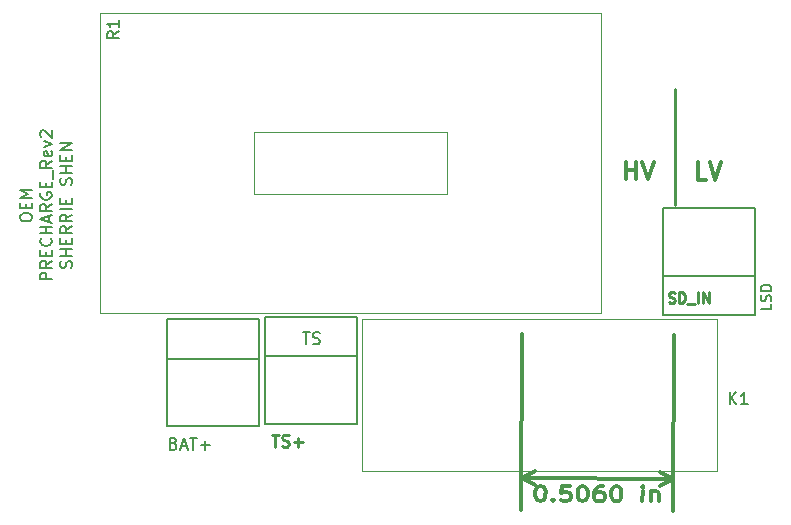
<source format=gbr>
G04 #@! TF.FileFunction,Legend,Top*
%FSLAX46Y46*%
G04 Gerber Fmt 4.6, Leading zero omitted, Abs format (unit mm)*
G04 Created by KiCad (PCBNEW 4.0.7-e2-6376~58~ubuntu16.04.1) date Sat Feb  3 22:32:31 2018*
%MOMM*%
%LPD*%
G01*
G04 APERTURE LIST*
%ADD10C,0.100000*%
%ADD11C,0.222250*%
%ADD12C,0.190500*%
%ADD13C,0.250000*%
%ADD14C,0.292100*%
%ADD15C,0.300000*%
%ADD16C,0.200000*%
%ADD17C,0.150000*%
%ADD18C,0.120000*%
G04 APERTURE END LIST*
D10*
D11*
X171856400Y-92307833D02*
X171983400Y-92350167D01*
X172195067Y-92350167D01*
X172279734Y-92307833D01*
X172322067Y-92265500D01*
X172364400Y-92180833D01*
X172364400Y-92096167D01*
X172322067Y-92011500D01*
X172279734Y-91969167D01*
X172195067Y-91926833D01*
X172025734Y-91884500D01*
X171941067Y-91842167D01*
X171898734Y-91799833D01*
X171856400Y-91715167D01*
X171856400Y-91630500D01*
X171898734Y-91545833D01*
X171941067Y-91503500D01*
X172025734Y-91461167D01*
X172237400Y-91461167D01*
X172364400Y-91503500D01*
X172745401Y-92350167D02*
X172745401Y-91461167D01*
X172957067Y-91461167D01*
X173084067Y-91503500D01*
X173168734Y-91588167D01*
X173211067Y-91672833D01*
X173253401Y-91842167D01*
X173253401Y-91969167D01*
X173211067Y-92138500D01*
X173168734Y-92223167D01*
X173084067Y-92307833D01*
X172957067Y-92350167D01*
X172745401Y-92350167D01*
X173422734Y-92434833D02*
X174100067Y-92434833D01*
X174311734Y-92350167D02*
X174311734Y-91461167D01*
X174735067Y-92350167D02*
X174735067Y-91461167D01*
X175243067Y-92350167D01*
X175243067Y-91461167D01*
D12*
X180538967Y-92477167D02*
X180538967Y-92900500D01*
X179649967Y-92900500D01*
X180496633Y-92223167D02*
X180538967Y-92096167D01*
X180538967Y-91884500D01*
X180496633Y-91799833D01*
X180454300Y-91757500D01*
X180369633Y-91715167D01*
X180284967Y-91715167D01*
X180200300Y-91757500D01*
X180157967Y-91799833D01*
X180115633Y-91884500D01*
X180073300Y-92053833D01*
X180030967Y-92138500D01*
X179988633Y-92180833D01*
X179903967Y-92223167D01*
X179819300Y-92223167D01*
X179734633Y-92180833D01*
X179692300Y-92138500D01*
X179649967Y-92053833D01*
X179649967Y-91842167D01*
X179692300Y-91715167D01*
X180538967Y-91334166D02*
X179649967Y-91334166D01*
X179649967Y-91122500D01*
X179692300Y-90995500D01*
X179776967Y-90910833D01*
X179861633Y-90868500D01*
X180030967Y-90826166D01*
X180157967Y-90826166D01*
X180327300Y-90868500D01*
X180411967Y-90910833D01*
X180496633Y-90995500D01*
X180538967Y-91122500D01*
X180538967Y-91334166D01*
D13*
X138268248Y-103541581D02*
X138839677Y-103541581D01*
X138553962Y-104541581D02*
X138553962Y-103541581D01*
X139125391Y-104493962D02*
X139268248Y-104541581D01*
X139506344Y-104541581D01*
X139601582Y-104493962D01*
X139649201Y-104446343D01*
X139696820Y-104351105D01*
X139696820Y-104255867D01*
X139649201Y-104160629D01*
X139601582Y-104113010D01*
X139506344Y-104065390D01*
X139315867Y-104017771D01*
X139220629Y-103970152D01*
X139173010Y-103922533D01*
X139125391Y-103827295D01*
X139125391Y-103732057D01*
X139173010Y-103636819D01*
X139220629Y-103589200D01*
X139315867Y-103541581D01*
X139553963Y-103541581D01*
X139696820Y-103589200D01*
X140125391Y-104160629D02*
X140887296Y-104160629D01*
X140506344Y-104541581D02*
X140506344Y-103779676D01*
D14*
X172400000Y-74300000D02*
X172350000Y-84050000D01*
D15*
X175021429Y-81958571D02*
X174307143Y-81958571D01*
X174307143Y-80458571D01*
X175307143Y-80458571D02*
X175807143Y-81958571D01*
X176307143Y-80458571D01*
X168244972Y-81907771D02*
X168244972Y-80407771D01*
X168244972Y-81122057D02*
X169102115Y-81122057D01*
X169102115Y-81907771D02*
X169102115Y-80407771D01*
X169602115Y-80407771D02*
X170102115Y-81907771D01*
X170602115Y-80407771D01*
X160921333Y-107874010D02*
X161064189Y-107874575D01*
X161206806Y-107935615D01*
X161277995Y-107996373D01*
X161348946Y-108117607D01*
X161419417Y-108359792D01*
X161418222Y-108662170D01*
X161345838Y-108903791D01*
X161273932Y-109024460D01*
X161202264Y-109084654D01*
X161059169Y-109144565D01*
X160916313Y-109144000D01*
X160773697Y-109082960D01*
X160702507Y-109022201D01*
X160631558Y-108900968D01*
X160561085Y-108658782D01*
X160562281Y-108356404D01*
X160634665Y-108114784D01*
X160706571Y-107994114D01*
X160778238Y-107933921D01*
X160921333Y-107874010D01*
X162059640Y-109027565D02*
X162130828Y-109088324D01*
X162059161Y-109148517D01*
X161987972Y-109087760D01*
X162059640Y-109027565D01*
X162059161Y-109148517D01*
X163492742Y-107884174D02*
X162778462Y-107881351D01*
X162704643Y-108485826D01*
X162776310Y-108425632D01*
X162919405Y-108365721D01*
X163276545Y-108367132D01*
X163419162Y-108428173D01*
X163490352Y-108488931D01*
X163561301Y-108610165D01*
X163560106Y-108912543D01*
X163488200Y-109033212D01*
X163416533Y-109093406D01*
X163273438Y-109153317D01*
X162916298Y-109151905D01*
X162773681Y-109090865D01*
X162702492Y-109030106D01*
X164492733Y-107888126D02*
X164635589Y-107888691D01*
X164778206Y-107949731D01*
X164849395Y-108010489D01*
X164920346Y-108131723D01*
X164990817Y-108373908D01*
X164989622Y-108676287D01*
X164917238Y-108917907D01*
X164845332Y-109038576D01*
X164773664Y-109098770D01*
X164630569Y-109158681D01*
X164487713Y-109158117D01*
X164345097Y-109097076D01*
X164273907Y-109036317D01*
X164202958Y-108915084D01*
X164132486Y-108672899D01*
X164133681Y-108370520D01*
X164206065Y-108128900D01*
X164277971Y-108008231D01*
X164349638Y-107948037D01*
X164492733Y-107888126D01*
X166278433Y-107895185D02*
X165992722Y-107894055D01*
X165849627Y-107953966D01*
X165777959Y-108014159D01*
X165634386Y-108195022D01*
X165562002Y-108436643D01*
X165560089Y-108920448D01*
X165631040Y-109041682D01*
X165702228Y-109102440D01*
X165844846Y-109163481D01*
X166130558Y-109164610D01*
X166273653Y-109104699D01*
X166345320Y-109044505D01*
X166417226Y-108923836D01*
X166418421Y-108621458D01*
X166347471Y-108500224D01*
X166276282Y-108439466D01*
X166133665Y-108378425D01*
X165847953Y-108377296D01*
X165704857Y-108437208D01*
X165633191Y-108497401D01*
X165561284Y-108618070D01*
X167349853Y-107899419D02*
X167492709Y-107899984D01*
X167635326Y-107961024D01*
X167706515Y-108021782D01*
X167777465Y-108143016D01*
X167847937Y-108385201D01*
X167846742Y-108687580D01*
X167774358Y-108929200D01*
X167702451Y-109049869D01*
X167630784Y-109110063D01*
X167487689Y-109169974D01*
X167344833Y-109169409D01*
X167202216Y-109108369D01*
X167131027Y-109047610D01*
X167060078Y-108926377D01*
X166989605Y-108684192D01*
X166990800Y-108381813D01*
X167063185Y-108140193D01*
X167135091Y-108019523D01*
X167206758Y-107959330D01*
X167349853Y-107899419D01*
X169630529Y-109178444D02*
X169633876Y-108331783D01*
X169635549Y-107908454D02*
X169563882Y-107968647D01*
X169635071Y-108029405D01*
X169706737Y-107969212D01*
X169635549Y-107908454D01*
X169635071Y-108029405D01*
X170348156Y-108334607D02*
X170344810Y-109181267D01*
X170347678Y-108455559D02*
X170419345Y-108395365D01*
X170562441Y-108335454D01*
X170776724Y-108336301D01*
X170919341Y-108397341D01*
X170990291Y-108518575D01*
X170987662Y-109183808D01*
X159390538Y-107213431D02*
X172242938Y-107264231D01*
X159438693Y-95030202D02*
X159379866Y-109913410D01*
X172291093Y-95081002D02*
X172232266Y-109964210D01*
X172242938Y-107264231D02*
X171114125Y-107846195D01*
X172242938Y-107264231D02*
X171118761Y-106673362D01*
X159390538Y-107213431D02*
X160514715Y-107804300D01*
X159390538Y-107213431D02*
X160519351Y-106631467D01*
D16*
X129935458Y-104271771D02*
X130078315Y-104319390D01*
X130125934Y-104367010D01*
X130173553Y-104462248D01*
X130173553Y-104605105D01*
X130125934Y-104700343D01*
X130078315Y-104747962D01*
X129983077Y-104795581D01*
X129602124Y-104795581D01*
X129602124Y-103795581D01*
X129935458Y-103795581D01*
X130030696Y-103843200D01*
X130078315Y-103890819D01*
X130125934Y-103986057D01*
X130125934Y-104081295D01*
X130078315Y-104176533D01*
X130030696Y-104224152D01*
X129935458Y-104271771D01*
X129602124Y-104271771D01*
X130554505Y-104509867D02*
X131030696Y-104509867D01*
X130459267Y-104795581D02*
X130792600Y-103795581D01*
X131125934Y-104795581D01*
X131316410Y-103795581D02*
X131887839Y-103795581D01*
X131602124Y-104795581D02*
X131602124Y-103795581D01*
X132221172Y-104414629D02*
X132983077Y-104414629D01*
X132602125Y-104795581D02*
X132602125Y-104033676D01*
X140868495Y-94854781D02*
X141439924Y-94854781D01*
X141154209Y-95854781D02*
X141154209Y-94854781D01*
X141725638Y-95807162D02*
X141868495Y-95854781D01*
X142106591Y-95854781D01*
X142201829Y-95807162D01*
X142249448Y-95759543D01*
X142297067Y-95664305D01*
X142297067Y-95569067D01*
X142249448Y-95473829D01*
X142201829Y-95426210D01*
X142106591Y-95378590D01*
X141916114Y-95330971D01*
X141820876Y-95283352D01*
X141773257Y-95235733D01*
X141725638Y-95140495D01*
X141725638Y-95045257D01*
X141773257Y-94950019D01*
X141820876Y-94902400D01*
X141916114Y-94854781D01*
X142154210Y-94854781D01*
X142297067Y-94902400D01*
X116929181Y-85218448D02*
X116929181Y-85027971D01*
X116976800Y-84932733D01*
X117072038Y-84837495D01*
X117262514Y-84789876D01*
X117595848Y-84789876D01*
X117786324Y-84837495D01*
X117881562Y-84932733D01*
X117929181Y-85027971D01*
X117929181Y-85218448D01*
X117881562Y-85313686D01*
X117786324Y-85408924D01*
X117595848Y-85456543D01*
X117262514Y-85456543D01*
X117072038Y-85408924D01*
X116976800Y-85313686D01*
X116929181Y-85218448D01*
X117405371Y-84361305D02*
X117405371Y-84027971D01*
X117929181Y-83885114D02*
X117929181Y-84361305D01*
X116929181Y-84361305D01*
X116929181Y-83885114D01*
X117929181Y-83456543D02*
X116929181Y-83456543D01*
X117643467Y-83123209D01*
X116929181Y-82789876D01*
X117929181Y-82789876D01*
X119629181Y-90385115D02*
X118629181Y-90385115D01*
X118629181Y-90004162D01*
X118676800Y-89908924D01*
X118724419Y-89861305D01*
X118819657Y-89813686D01*
X118962514Y-89813686D01*
X119057752Y-89861305D01*
X119105371Y-89908924D01*
X119152990Y-90004162D01*
X119152990Y-90385115D01*
X119629181Y-88813686D02*
X119152990Y-89147020D01*
X119629181Y-89385115D02*
X118629181Y-89385115D01*
X118629181Y-89004162D01*
X118676800Y-88908924D01*
X118724419Y-88861305D01*
X118819657Y-88813686D01*
X118962514Y-88813686D01*
X119057752Y-88861305D01*
X119105371Y-88908924D01*
X119152990Y-89004162D01*
X119152990Y-89385115D01*
X119105371Y-88385115D02*
X119105371Y-88051781D01*
X119629181Y-87908924D02*
X119629181Y-88385115D01*
X118629181Y-88385115D01*
X118629181Y-87908924D01*
X119533943Y-86908924D02*
X119581562Y-86956543D01*
X119629181Y-87099400D01*
X119629181Y-87194638D01*
X119581562Y-87337496D01*
X119486324Y-87432734D01*
X119391086Y-87480353D01*
X119200610Y-87527972D01*
X119057752Y-87527972D01*
X118867276Y-87480353D01*
X118772038Y-87432734D01*
X118676800Y-87337496D01*
X118629181Y-87194638D01*
X118629181Y-87099400D01*
X118676800Y-86956543D01*
X118724419Y-86908924D01*
X119629181Y-86480353D02*
X118629181Y-86480353D01*
X119105371Y-86480353D02*
X119105371Y-85908924D01*
X119629181Y-85908924D02*
X118629181Y-85908924D01*
X119343467Y-85480353D02*
X119343467Y-85004162D01*
X119629181Y-85575591D02*
X118629181Y-85242258D01*
X119629181Y-84908924D01*
X119629181Y-84004162D02*
X119152990Y-84337496D01*
X119629181Y-84575591D02*
X118629181Y-84575591D01*
X118629181Y-84194638D01*
X118676800Y-84099400D01*
X118724419Y-84051781D01*
X118819657Y-84004162D01*
X118962514Y-84004162D01*
X119057752Y-84051781D01*
X119105371Y-84099400D01*
X119152990Y-84194638D01*
X119152990Y-84575591D01*
X118676800Y-83051781D02*
X118629181Y-83147019D01*
X118629181Y-83289876D01*
X118676800Y-83432734D01*
X118772038Y-83527972D01*
X118867276Y-83575591D01*
X119057752Y-83623210D01*
X119200610Y-83623210D01*
X119391086Y-83575591D01*
X119486324Y-83527972D01*
X119581562Y-83432734D01*
X119629181Y-83289876D01*
X119629181Y-83194638D01*
X119581562Y-83051781D01*
X119533943Y-83004162D01*
X119200610Y-83004162D01*
X119200610Y-83194638D01*
X119105371Y-82575591D02*
X119105371Y-82242257D01*
X119629181Y-82099400D02*
X119629181Y-82575591D01*
X118629181Y-82575591D01*
X118629181Y-82099400D01*
X119724419Y-81908924D02*
X119724419Y-81147019D01*
X119629181Y-80337495D02*
X119152990Y-80670829D01*
X119629181Y-80908924D02*
X118629181Y-80908924D01*
X118629181Y-80527971D01*
X118676800Y-80432733D01*
X118724419Y-80385114D01*
X118819657Y-80337495D01*
X118962514Y-80337495D01*
X119057752Y-80385114D01*
X119105371Y-80432733D01*
X119152990Y-80527971D01*
X119152990Y-80908924D01*
X119581562Y-79527971D02*
X119629181Y-79623209D01*
X119629181Y-79813686D01*
X119581562Y-79908924D01*
X119486324Y-79956543D01*
X119105371Y-79956543D01*
X119010133Y-79908924D01*
X118962514Y-79813686D01*
X118962514Y-79623209D01*
X119010133Y-79527971D01*
X119105371Y-79480352D01*
X119200610Y-79480352D01*
X119295848Y-79956543D01*
X118962514Y-79147019D02*
X119629181Y-78908924D01*
X118962514Y-78670828D01*
X118724419Y-78337495D02*
X118676800Y-78289876D01*
X118629181Y-78194638D01*
X118629181Y-77956542D01*
X118676800Y-77861304D01*
X118724419Y-77813685D01*
X118819657Y-77766066D01*
X118914895Y-77766066D01*
X119057752Y-77813685D01*
X119629181Y-78385114D01*
X119629181Y-77766066D01*
X121281562Y-89408924D02*
X121329181Y-89266067D01*
X121329181Y-89027971D01*
X121281562Y-88932733D01*
X121233943Y-88885114D01*
X121138705Y-88837495D01*
X121043467Y-88837495D01*
X120948229Y-88885114D01*
X120900610Y-88932733D01*
X120852990Y-89027971D01*
X120805371Y-89218448D01*
X120757752Y-89313686D01*
X120710133Y-89361305D01*
X120614895Y-89408924D01*
X120519657Y-89408924D01*
X120424419Y-89361305D01*
X120376800Y-89313686D01*
X120329181Y-89218448D01*
X120329181Y-88980352D01*
X120376800Y-88837495D01*
X121329181Y-88408924D02*
X120329181Y-88408924D01*
X120805371Y-88408924D02*
X120805371Y-87837495D01*
X121329181Y-87837495D02*
X120329181Y-87837495D01*
X120805371Y-87361305D02*
X120805371Y-87027971D01*
X121329181Y-86885114D02*
X121329181Y-87361305D01*
X120329181Y-87361305D01*
X120329181Y-86885114D01*
X121329181Y-85885114D02*
X120852990Y-86218448D01*
X121329181Y-86456543D02*
X120329181Y-86456543D01*
X120329181Y-86075590D01*
X120376800Y-85980352D01*
X120424419Y-85932733D01*
X120519657Y-85885114D01*
X120662514Y-85885114D01*
X120757752Y-85932733D01*
X120805371Y-85980352D01*
X120852990Y-86075590D01*
X120852990Y-86456543D01*
X121329181Y-84885114D02*
X120852990Y-85218448D01*
X121329181Y-85456543D02*
X120329181Y-85456543D01*
X120329181Y-85075590D01*
X120376800Y-84980352D01*
X120424419Y-84932733D01*
X120519657Y-84885114D01*
X120662514Y-84885114D01*
X120757752Y-84932733D01*
X120805371Y-84980352D01*
X120852990Y-85075590D01*
X120852990Y-85456543D01*
X121329181Y-84456543D02*
X120329181Y-84456543D01*
X120805371Y-83980353D02*
X120805371Y-83647019D01*
X121329181Y-83504162D02*
X121329181Y-83980353D01*
X120329181Y-83980353D01*
X120329181Y-83504162D01*
X121281562Y-82361305D02*
X121329181Y-82218448D01*
X121329181Y-81980352D01*
X121281562Y-81885114D01*
X121233943Y-81837495D01*
X121138705Y-81789876D01*
X121043467Y-81789876D01*
X120948229Y-81837495D01*
X120900610Y-81885114D01*
X120852990Y-81980352D01*
X120805371Y-82170829D01*
X120757752Y-82266067D01*
X120710133Y-82313686D01*
X120614895Y-82361305D01*
X120519657Y-82361305D01*
X120424419Y-82313686D01*
X120376800Y-82266067D01*
X120329181Y-82170829D01*
X120329181Y-81932733D01*
X120376800Y-81789876D01*
X121329181Y-81361305D02*
X120329181Y-81361305D01*
X120805371Y-81361305D02*
X120805371Y-80789876D01*
X121329181Y-80789876D02*
X120329181Y-80789876D01*
X120805371Y-80313686D02*
X120805371Y-79980352D01*
X121329181Y-79837495D02*
X121329181Y-80313686D01*
X120329181Y-80313686D01*
X120329181Y-79837495D01*
X121329181Y-79408924D02*
X120329181Y-79408924D01*
X121329181Y-78837495D01*
X120329181Y-78837495D01*
D17*
X145477000Y-96894000D02*
X145477000Y-93584000D01*
X145477000Y-93584000D02*
X137677000Y-93584000D01*
X137677000Y-93584000D02*
X137677000Y-96894000D01*
X137677000Y-96894000D02*
X137677000Y-102616000D01*
X145477000Y-96894000D02*
X145477000Y-102616000D01*
X137677000Y-96894000D02*
X145477000Y-96894000D01*
X137677000Y-102616000D02*
X145477000Y-102616000D01*
D18*
X175916000Y-106593000D02*
X145916000Y-106593000D01*
X145916000Y-106593000D02*
X145916000Y-93693000D01*
X175916000Y-93693000D02*
X145916000Y-93693000D01*
X175916000Y-106593000D02*
X175916000Y-93693000D01*
D17*
X137173800Y-97077000D02*
X137173800Y-93767000D01*
X137173800Y-93767000D02*
X129373800Y-93767000D01*
X129373800Y-93767000D02*
X129373800Y-97077000D01*
X129373800Y-97077000D02*
X129373800Y-102799000D01*
X137173800Y-97077000D02*
X137173800Y-102799000D01*
X129373800Y-97077000D02*
X137173800Y-97077000D01*
X129373800Y-102799000D02*
X137173800Y-102799000D01*
X171332000Y-90050000D02*
X171332000Y-93360000D01*
X171332000Y-93360000D02*
X179132000Y-93360000D01*
X179132000Y-93360000D02*
X179132000Y-90050000D01*
X179132000Y-90050000D02*
X179132000Y-84328000D01*
X171332000Y-90050000D02*
X171332000Y-84328000D01*
X179132000Y-90050000D02*
X171332000Y-90050000D01*
X179132000Y-84328000D02*
X171332000Y-84328000D01*
D18*
X136746000Y-77918000D02*
X153046000Y-77918000D01*
X123696000Y-67818000D02*
X166096000Y-67818000D01*
X136746000Y-77918000D02*
X136746000Y-83118000D01*
X153046000Y-77918000D02*
X153046000Y-83118000D01*
X136746000Y-83118000D02*
X153046000Y-83118000D01*
X123696000Y-93218000D02*
X166096000Y-93218000D01*
X166096000Y-93218000D02*
X166096000Y-67818000D01*
X123696000Y-93218000D02*
X123696000Y-67818000D01*
D17*
X177011905Y-100952381D02*
X177011905Y-99952381D01*
X177583334Y-100952381D02*
X177154762Y-100380952D01*
X177583334Y-99952381D02*
X177011905Y-100523810D01*
X178535715Y-100952381D02*
X177964286Y-100952381D01*
X178250000Y-100952381D02*
X178250000Y-99952381D01*
X178154762Y-100095238D01*
X178059524Y-100190476D01*
X177964286Y-100238095D01*
X125293381Y-69381666D02*
X124817190Y-69715000D01*
X125293381Y-69953095D02*
X124293381Y-69953095D01*
X124293381Y-69572142D01*
X124341000Y-69476904D01*
X124388619Y-69429285D01*
X124483857Y-69381666D01*
X124626714Y-69381666D01*
X124721952Y-69429285D01*
X124769571Y-69476904D01*
X124817190Y-69572142D01*
X124817190Y-69953095D01*
X125293381Y-68429285D02*
X125293381Y-69000714D01*
X125293381Y-68715000D02*
X124293381Y-68715000D01*
X124436238Y-68810238D01*
X124531476Y-68905476D01*
X124579095Y-69000714D01*
M02*

</source>
